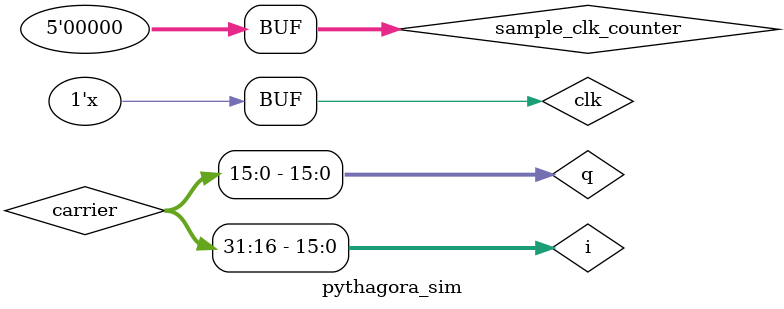
<source format=v>
`timescale 1us / 1ns


module pythagora_sim();
    reg clk;
    reg reset;
    reg sample_clk;
    wire pio48;
    
    initial clk = 1'b0;
    initial reset = 1;
    
    localparam CLOCK_PERIOD = 12;
    
    reg [4:0] sample_clk_counter = 0;
    always #(CLOCK_PERIOD / 2) 
    begin
        clk = ~clk;
        if(reset) 
        begin
            reset <= 0;
        end
    end
        
    wire signed [31:0] carrier;
    wire signed [15:0] i = carrier[31:16];
    wire signed [15:0] q = carrier[15:0];
    wire carrier_valid;
    
    osc_455kHz carrier1 (
        .aclk(clk),                              // input wire aclk
        .m_axis_data_tvalid(carrier_valid),      // output wire m_axis_data_tvalid
        .m_axis_data_tdata(carrier));            // output wire [15 : 0] m_axis_data_tdata
            
    wire  h_valid;    
    wire signed [15:0] h;
    pythagoras uut (
        .aclk(clk),
        .i(i),
        .q(q),
        .i_valid(carrier_valid),
        .h(h),
        .o_valid(h_valid)
    );
endmodule
    


</source>
